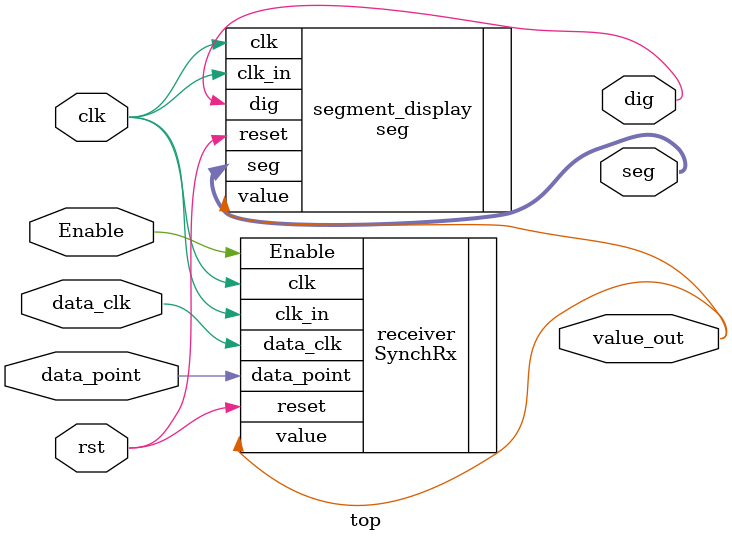
<source format=v>
module top (
    input wire clk,
    input wire rst,
    input wire data_clk,
    input wire data_point,
    input wire Enable,
    output wire value_out,
    output wire [7:0] seg,
    output wire dig
);

    // Synchronous Receiver instance
    SynchRx receiver (
        .reset(rst),
        .clk(clk),
        .clk_in(clk),
        .data_clk(data_clk),
        .data_point(data_point),
        .Enable(Enable),
        .value(value_out)
    );

    // Segment display instance
    seg segment_display (
        .clk(clk),
        .clk_in(clk),
        .reset(rst),
        .value(value_out),
        .seg(seg),
        .dig(dig)
    );

endmodule
</source>
